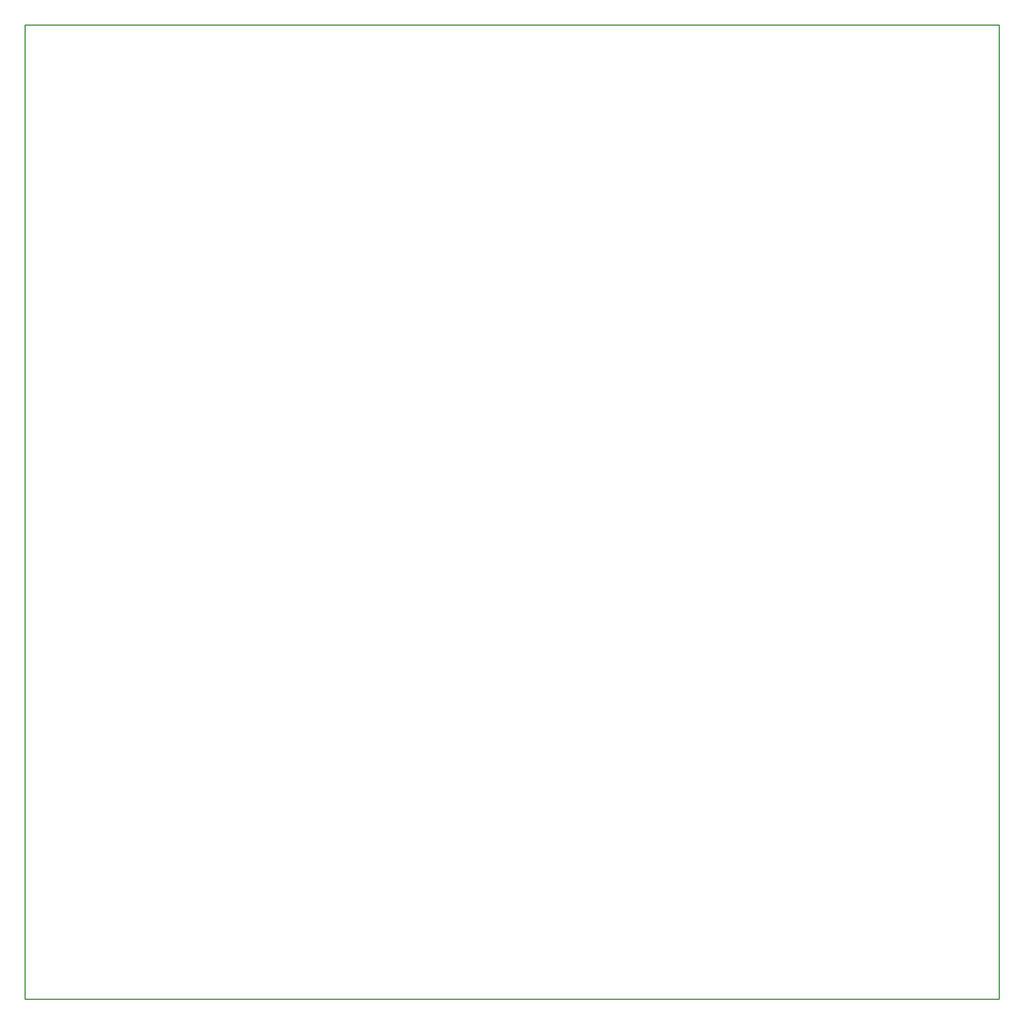
<source format=gm1>
%FSLAX24Y24*%
%MOIN*%
G70*
G01*
G75*
G04 Layer_Color=16711935*
%ADD10O,0.0157X0.0906*%
%ADD11R,0.0157X0.0906*%
%ADD12R,0.0252X0.0850*%
%ADD13O,0.0252X0.0850*%
%ADD14R,0.2362X0.3150*%
%ADD15R,0.1083X0.0850*%
%ADD16R,0.0532X0.0472*%
%ADD17R,0.0532X0.0354*%
%ADD18O,0.0866X0.0236*%
%ADD19R,0.0480X0.0358*%
%ADD20R,0.0630X0.0709*%
%ADD21R,0.0709X0.0630*%
%ADD22O,0.0240X0.0800*%
%ADD23C,0.0394*%
%ADD24C,0.0157*%
%ADD25C,0.1969*%
%ADD26C,0.0787*%
%ADD27C,0.0591*%
%ADD28C,0.0236*%
%ADD29C,0.0252*%
%ADD30C,0.0100*%
%ADD31C,0.0276*%
%ADD32C,0.0315*%
%ADD33C,0.1181*%
%ADD34C,0.0709*%
%ADD35R,0.0409X0.2062*%
%ADD36R,0.0285X0.1791*%
%ADD37R,0.0440X0.1575*%
%ADD38R,0.0571X0.1575*%
%ADD39R,0.2325X0.0197*%
%ADD40R,0.1394X0.0989*%
%ADD41R,0.1334X0.0984*%
%ADD42R,0.2987X0.2760*%
%ADD43R,0.1394X0.1772*%
%ADD44R,0.1334X0.4921*%
%ADD45R,0.2866X0.5906*%
%ADD46R,0.2344X0.3937*%
%ADD47R,0.3733X1.1024*%
%ADD48R,0.1969X0.1181*%
%ADD49R,0.1846X0.1575*%
%ADD50R,0.0709X0.0709*%
%ADD51C,0.0709*%
%ADD52O,0.0236X0.0787*%
%ADD53R,0.0236X0.0787*%
%ADD54C,0.0433*%
%ADD55R,0.0433X0.0433*%
%ADD56R,0.0433X0.0433*%
%ADD57R,0.0787X0.0787*%
%ADD58C,0.0787*%
%ADD59C,0.0866*%
%ADD60R,0.0866X0.0866*%
%ADD61R,0.0866X0.0866*%
%ADD62C,0.1063*%
%ADD63C,0.0532*%
%ADD64C,0.0906*%
%ADD65R,0.0906X0.0906*%
%ADD66R,0.0709X0.0709*%
%ADD67C,0.0512*%
%ADD68R,0.0787X0.0787*%
%ADD69C,0.2756*%
%ADD70C,0.0591*%
%ADD71C,0.0984*%
%ADD72R,0.0984X0.0984*%
%ADD73C,0.0500*%
%ADD74C,0.0079*%
%ADD75C,0.0098*%
%ADD76C,0.0050*%
%ADD77C,0.0120*%
%ADD78C,0.0059*%
%ADD79R,0.0748X0.0315*%
%ADD80O,0.0237X0.0986*%
%ADD81R,0.0237X0.0986*%
%ADD82R,0.0332X0.0930*%
%ADD83O,0.0332X0.0930*%
%ADD84R,0.2442X0.3230*%
%ADD85R,0.1163X0.0930*%
%ADD86R,0.0612X0.0552*%
%ADD87R,0.0612X0.0434*%
%ADD88O,0.0946X0.0316*%
%ADD89R,0.0560X0.0438*%
%ADD90R,0.0710X0.0789*%
%ADD91R,0.0789X0.0710*%
%ADD92O,0.0320X0.0880*%
%ADD93R,0.0789X0.0789*%
%ADD94C,0.0789*%
%ADD95O,0.0316X0.0867*%
%ADD96R,0.0316X0.0867*%
%ADD97C,0.0513*%
%ADD98R,0.0513X0.0513*%
%ADD99R,0.0513X0.0513*%
%ADD100R,0.0867X0.0867*%
%ADD101C,0.0867*%
%ADD102C,0.0946*%
%ADD103R,0.0946X0.0946*%
%ADD104R,0.0946X0.0946*%
%ADD105C,0.1143*%
%ADD106C,0.0612*%
%ADD107C,0.0986*%
%ADD108R,0.0986X0.0986*%
%ADD109R,0.0789X0.0789*%
%ADD110C,0.0592*%
%ADD111R,0.0867X0.0867*%
%ADD112C,0.2836*%
%ADD113C,0.0671*%
%ADD114C,0.1064*%
%ADD115R,0.1064X0.1064*%
%ADD116C,0.0580*%
G54D30*
X157087Y130315D02*
X236614D01*
Y50787D02*
Y130315D01*
X157087Y50787D02*
X236614D01*
X157087D02*
Y130315D01*
M02*

</source>
